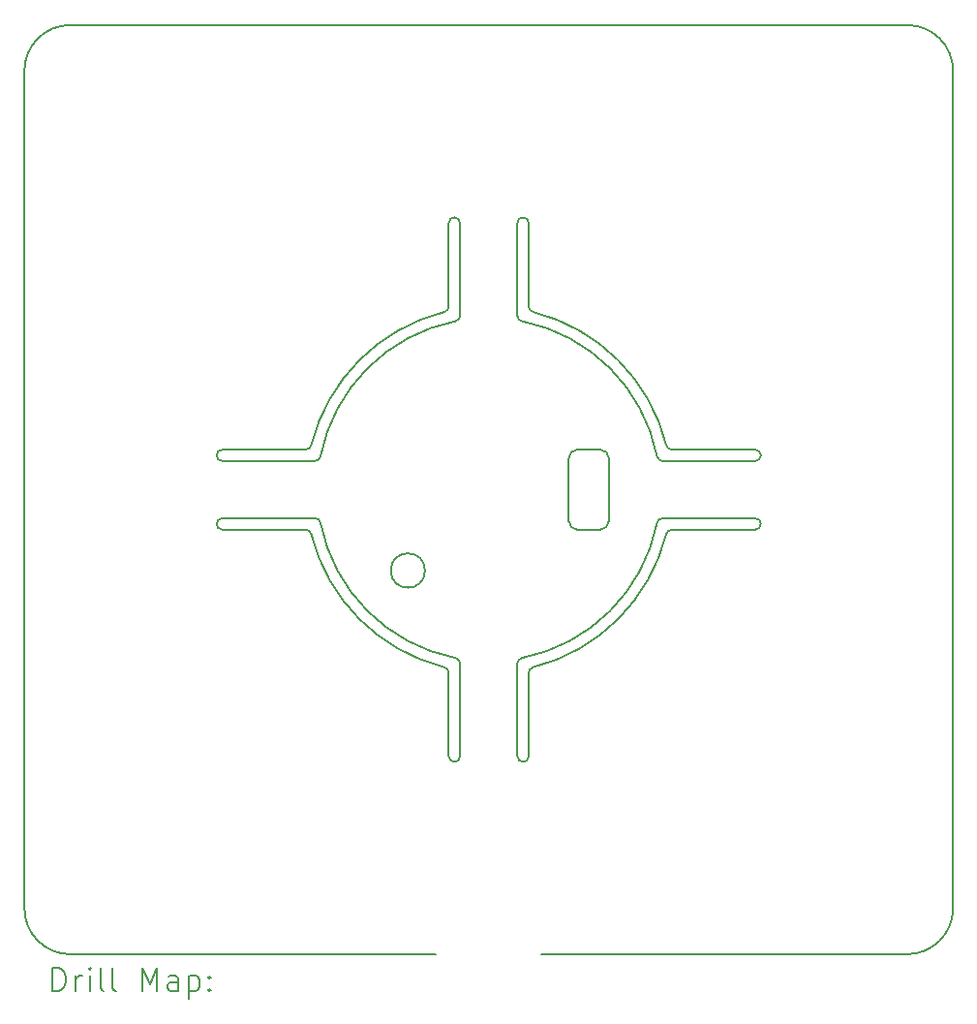
<source format=gbr>
%FSLAX45Y45*%
G04 Gerber Fmt 4.5, Leading zero omitted, Abs format (unit mm)*
G04 Created by KiCad (PCBNEW (6.0.5)) date 2023-11-29 10:13:29*
%MOMM*%
%LPD*%
G01*
G04 APERTURE LIST*
%TA.AperFunction,Profile*%
%ADD10C,0.200000*%
%TD*%
%ADD11C,0.200000*%
G04 APERTURE END LIST*
D10*
X8479309Y-10250000D02*
X7670980Y-10250000D01*
X9650000Y-11600781D02*
X9650000Y-12329020D01*
X9750000Y-12329020D02*
X9750000Y-11520691D01*
X10387878Y-11552271D02*
G75*
G03*
X10350000Y-11600781I12122J-48509D01*
G01*
X9650000Y-12329020D02*
G75*
G03*
X9750000Y-12329020I50000J0D01*
G01*
X10290323Y-11471636D02*
G75*
G03*
X11471636Y-10290323I-290323J1471636D01*
G01*
X11520691Y-10250001D02*
G75*
G03*
X11471636Y-10290323I-1J-49999D01*
G01*
X10387879Y-11552273D02*
G75*
G03*
X11552272Y-10387879I-387879J1552273D01*
G01*
X10975000Y-10350000D02*
G75*
G03*
X11050000Y-10275000I0J75000D01*
G01*
X11600781Y-10350001D02*
G75*
G03*
X11552273Y-10387879I-1J-49999D01*
G01*
X11050000Y-10275000D02*
X11050000Y-9725000D01*
X12329020Y-9750000D02*
G75*
G03*
X12329020Y-9650000I0J50000D01*
G01*
X10250000Y-12329020D02*
G75*
G03*
X10350000Y-12329020I50000J0D01*
G01*
X10350000Y-12329020D02*
X10350000Y-11600781D01*
X11050000Y-9725000D02*
G75*
G03*
X10975000Y-9650000I-75000J0D01*
G01*
X10975000Y-9650000D02*
X10775000Y-9650000D01*
X10775000Y-9650000D02*
G75*
G03*
X10700000Y-9725000I0J-75000D01*
G01*
X10700000Y-9725000D02*
X10700000Y-10275000D01*
X9442893Y-10707107D02*
G75*
G03*
X9442893Y-10707107I-150000J0D01*
G01*
X11600781Y-10350000D02*
X12329020Y-10350000D01*
X10700000Y-10275000D02*
G75*
G03*
X10775000Y-10350000I75000J0D01*
G01*
X11471636Y-9709678D02*
G75*
G03*
X10290323Y-8528364I-1471636J-290323D01*
G01*
X11520691Y-9750000D02*
X12329020Y-9750000D01*
X8447727Y-10387879D02*
G75*
G03*
X9612121Y-11552272I1552273J387879D01*
G01*
X11471635Y-9709678D02*
G75*
G03*
X11520691Y-9750000I49055J9678D01*
G01*
X10290322Y-11471635D02*
G75*
G03*
X10250000Y-11520691I9678J-49055D01*
G01*
X13660000Y-14060000D02*
G75*
G03*
X14060000Y-13660000I0J400000D01*
G01*
X12329020Y-10250000D02*
X11520691Y-10250000D01*
X7670980Y-10250000D02*
G75*
G03*
X7670980Y-10350000I0J-50000D01*
G01*
X8528364Y-10290323D02*
G75*
G03*
X9709677Y-11471636I1471636J290323D01*
G01*
X8447729Y-10387878D02*
G75*
G03*
X8399219Y-10350000I-48509J-12122D01*
G01*
X9750000Y-11520691D02*
G75*
G03*
X9709677Y-11471636I-50000J1D01*
G01*
X7670980Y-10350000D02*
X8399219Y-10350000D01*
X10250000Y-11520691D02*
X10250000Y-12329020D01*
X8528365Y-10290322D02*
G75*
G03*
X8479309Y-10250000I-49055J-9678D01*
G01*
X10775000Y-10350000D02*
X10975000Y-10350000D01*
X10250001Y-8479309D02*
G75*
G03*
X10290323Y-8528364I49999J-1D01*
G01*
X12329020Y-9650000D02*
X11600781Y-9650000D01*
X12329020Y-10350000D02*
G75*
G03*
X12329020Y-10250000I0J50000D01*
G01*
X9649999Y-11600781D02*
G75*
G03*
X9612121Y-11552273I-49999J1D01*
G01*
X6340000Y-5940000D02*
G75*
G03*
X5940000Y-6340000I0J-400000D01*
G01*
X14060000Y-6340000D02*
G75*
G03*
X13660000Y-5940000I-400000J0D01*
G01*
X5940000Y-13660000D02*
X5940000Y-6340000D01*
X13660000Y-14060000D02*
X10462000Y-14060000D01*
X9538000Y-14060000D02*
X6340000Y-14060000D01*
X5940000Y-13660000D02*
G75*
G03*
X6340000Y-14060000I400000J0D01*
G01*
X14060000Y-6340000D02*
X14060000Y-13660000D01*
X6340000Y-5940000D02*
X13660000Y-5940000D01*
X9709678Y-8528365D02*
G75*
G03*
X9750000Y-8479309I-9678J49055D01*
G01*
X11552273Y-9612121D02*
G75*
G03*
X10387879Y-8447728I-1552273J-387879D01*
G01*
X10350001Y-8399219D02*
G75*
G03*
X10387879Y-8447727I49999J-1D01*
G01*
X10350000Y-7670980D02*
G75*
G03*
X10250000Y-7670980I-50000J0D01*
G01*
X8399219Y-9650000D02*
X7670980Y-9650000D01*
X10250000Y-7670980D02*
X10250000Y-8479309D01*
X11552271Y-9612122D02*
G75*
G03*
X11600781Y-9650000I48509J12122D01*
G01*
X9709678Y-8528364D02*
G75*
G03*
X8528364Y-9709677I290323J-1471636D01*
G01*
X9650000Y-7670980D02*
X9650000Y-8399219D01*
X10350000Y-8399219D02*
X10350000Y-7670980D01*
X7670980Y-9750000D02*
X8479309Y-9750000D01*
X9612122Y-8447729D02*
G75*
G03*
X9650000Y-8399219I-12122J48509D01*
G01*
X9612121Y-8447727D02*
G75*
G03*
X8447728Y-9612121I387879J-1552273D01*
G01*
X7670980Y-9650000D02*
G75*
G03*
X7670980Y-9750000I0J-50000D01*
G01*
X8479309Y-9749999D02*
G75*
G03*
X8528364Y-9709678I1J49999D01*
G01*
X9750000Y-8479309D02*
X9750000Y-7670980D01*
X9750000Y-7670980D02*
G75*
G03*
X9650000Y-7670980I-50000J0D01*
G01*
X8399219Y-9649999D02*
G75*
G03*
X8447727Y-9612121I1J49999D01*
G01*
D11*
X6187619Y-14380476D02*
X6187619Y-14180476D01*
X6235238Y-14180476D01*
X6263810Y-14190000D01*
X6282857Y-14209048D01*
X6292381Y-14228095D01*
X6301905Y-14266190D01*
X6301905Y-14294762D01*
X6292381Y-14332857D01*
X6282857Y-14351905D01*
X6263810Y-14370952D01*
X6235238Y-14380476D01*
X6187619Y-14380476D01*
X6387619Y-14380476D02*
X6387619Y-14247143D01*
X6387619Y-14285238D02*
X6397143Y-14266190D01*
X6406667Y-14256667D01*
X6425714Y-14247143D01*
X6444762Y-14247143D01*
X6511429Y-14380476D02*
X6511429Y-14247143D01*
X6511429Y-14180476D02*
X6501905Y-14190000D01*
X6511429Y-14199524D01*
X6520952Y-14190000D01*
X6511429Y-14180476D01*
X6511429Y-14199524D01*
X6635238Y-14380476D02*
X6616190Y-14370952D01*
X6606667Y-14351905D01*
X6606667Y-14180476D01*
X6740000Y-14380476D02*
X6720952Y-14370952D01*
X6711429Y-14351905D01*
X6711429Y-14180476D01*
X6968571Y-14380476D02*
X6968571Y-14180476D01*
X7035238Y-14323333D01*
X7101905Y-14180476D01*
X7101905Y-14380476D01*
X7282857Y-14380476D02*
X7282857Y-14275714D01*
X7273333Y-14256667D01*
X7254286Y-14247143D01*
X7216190Y-14247143D01*
X7197143Y-14256667D01*
X7282857Y-14370952D02*
X7263810Y-14380476D01*
X7216190Y-14380476D01*
X7197143Y-14370952D01*
X7187619Y-14351905D01*
X7187619Y-14332857D01*
X7197143Y-14313809D01*
X7216190Y-14304286D01*
X7263810Y-14304286D01*
X7282857Y-14294762D01*
X7378095Y-14247143D02*
X7378095Y-14447143D01*
X7378095Y-14256667D02*
X7397143Y-14247143D01*
X7435238Y-14247143D01*
X7454286Y-14256667D01*
X7463810Y-14266190D01*
X7473333Y-14285238D01*
X7473333Y-14342381D01*
X7463810Y-14361428D01*
X7454286Y-14370952D01*
X7435238Y-14380476D01*
X7397143Y-14380476D01*
X7378095Y-14370952D01*
X7559048Y-14361428D02*
X7568571Y-14370952D01*
X7559048Y-14380476D01*
X7549524Y-14370952D01*
X7559048Y-14361428D01*
X7559048Y-14380476D01*
X7559048Y-14256667D02*
X7568571Y-14266190D01*
X7559048Y-14275714D01*
X7549524Y-14266190D01*
X7559048Y-14256667D01*
X7559048Y-14275714D01*
M02*

</source>
